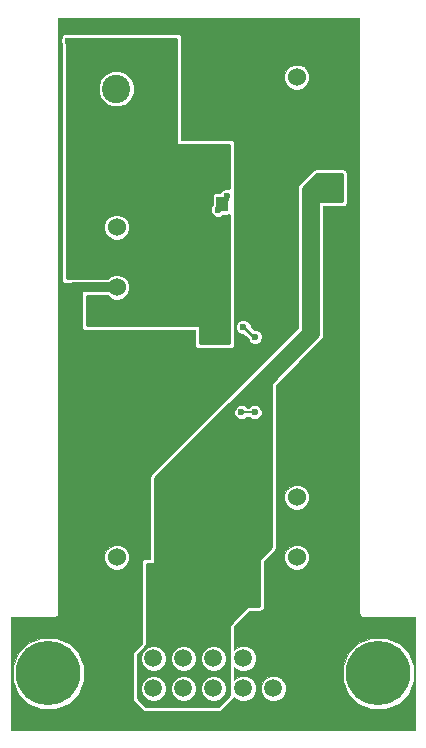
<source format=gbl>
G04 #@! TF.GenerationSoftware,KiCad,Pcbnew,(2017-06-25 revision 6a3c1720b)-makepkg*
G04 #@! TF.CreationDate,2017-08-03T10:21:49-04:00*
G04 #@! TF.ProjectId,pmt-transimpedance-amplifier,706D742D7472616E73696D706564616E,rev?*
G04 #@! TF.SameCoordinates,Original
G04 #@! TF.FileFunction,Copper,L2,Bot,Signal*
G04 #@! TF.FilePolarity,Positive*
%FSLAX46Y46*%
G04 Gerber Fmt 4.6, Leading zero omitted, Abs format (unit mm)*
G04 Created by KiCad (PCBNEW (2017-06-25 revision 6a3c1720b)-makepkg) date 08/03/17 10:21:49*
%MOMM*%
%LPD*%
G01*
G04 APERTURE LIST*
%ADD10C,0.100000*%
%ADD11R,1.000000X1.250000*%
%ADD12C,1.524000*%
%ADD13C,1.520000*%
%ADD14R,1.520000X1.520000*%
%ADD15C,5.460000*%
%ADD16C,2.400000*%
%ADD17C,2.500000*%
%ADD18C,0.600000*%
%ADD19C,0.820000*%
%ADD20C,0.250000*%
%ADD21C,0.200000*%
%ADD22C,0.254000*%
G04 APERTURE END LIST*
D10*
D11*
X219545000Y-113715000D03*
X217545000Y-113715000D03*
X219595000Y-115765000D03*
X217595000Y-115765000D03*
D12*
X206350000Y-112540000D03*
X221590000Y-112540000D03*
X221590000Y-107460000D03*
X206350000Y-107460000D03*
X206350000Y-89660000D03*
X206350000Y-84580000D03*
X221590000Y-71880000D03*
D13*
X209455000Y-123640000D03*
X209455000Y-121100000D03*
X211995000Y-123640000D03*
X211995000Y-121100000D03*
X214535000Y-123640000D03*
X214535000Y-121100000D03*
X217075000Y-123640000D03*
X217075000Y-121100000D03*
X219615000Y-123640000D03*
D14*
X219615000Y-121100000D03*
D15*
X200565000Y-122370000D03*
X228505000Y-122370000D03*
D16*
X206300000Y-72875000D03*
D17*
X203760000Y-70335000D03*
X208840000Y-70335000D03*
X208840000Y-75415000D03*
X203760000Y-75415000D03*
D11*
X215275000Y-82600000D03*
X217275000Y-82600000D03*
D18*
X217925000Y-82850000D03*
X207459998Y-104900000D03*
X204890000Y-104880000D03*
X225040000Y-87910000D03*
X224740000Y-99800000D03*
X207400000Y-97110002D03*
X206100000Y-97089998D03*
X212130000Y-96760000D03*
X211800000Y-97300000D03*
X210870000Y-97290000D03*
X217040000Y-96830000D03*
X217925000Y-82225000D03*
X221225000Y-88700000D03*
X221197905Y-86475000D03*
X217950000Y-80900000D03*
X209075000Y-105025000D03*
X206625000Y-96575000D03*
X211050000Y-95825000D03*
X208775000Y-95825000D03*
X216550000Y-91525000D03*
X203375000Y-116475000D03*
X203350000Y-114725000D03*
X218090000Y-93890000D03*
X215706591Y-81943403D03*
X217075000Y-93025000D03*
X222900000Y-102800000D03*
X215600000Y-92900000D03*
X215525000Y-88025000D03*
X215525000Y-86525000D03*
X210850000Y-70925000D03*
X206250000Y-70850000D03*
X203875000Y-72800000D03*
X209075000Y-72800000D03*
X208250000Y-87500000D03*
X214925000Y-83100000D03*
X218025012Y-100250000D03*
X216899998Y-100250000D03*
X211980000Y-117420000D03*
X210750000Y-124400000D03*
X209625000Y-119450000D03*
X214225000Y-105275000D03*
X218000000Y-111000000D03*
X213275000Y-122450000D03*
X218600000Y-99075000D03*
X212975000Y-112650000D03*
X218000000Y-109000000D03*
X213275000Y-120450000D03*
X214200000Y-112650000D03*
X212975000Y-110650000D03*
X210975000Y-112650000D03*
X218600000Y-106950000D03*
X213275000Y-118450000D03*
X214200000Y-110650000D03*
X212975000Y-108650000D03*
X210975000Y-110650000D03*
X218600000Y-104950000D03*
X214200000Y-108650000D03*
X212975000Y-106650000D03*
X210975000Y-108650000D03*
X218600000Y-102950000D03*
X209625000Y-117450000D03*
X214200000Y-106650000D03*
X212975000Y-104650000D03*
X210975000Y-106650000D03*
X214325000Y-102900000D03*
X216150000Y-106975000D03*
X215475000Y-78500000D03*
X215475000Y-80150000D03*
X206250000Y-91100000D03*
X214325000Y-92200000D03*
X210250000Y-92200000D03*
X208250000Y-92200000D03*
X206250000Y-92200000D03*
X204250000Y-92200000D03*
X212450000Y-92200000D03*
X210250000Y-90800000D03*
X208250000Y-90800000D03*
X204250000Y-90800000D03*
X214250000Y-88050000D03*
X212250000Y-88050000D03*
X210250000Y-88050000D03*
X208250000Y-88875000D03*
X206250000Y-87625000D03*
X204075000Y-88125000D03*
X202350000Y-88050000D03*
X214250000Y-86550000D03*
X212250000Y-86550000D03*
X210250000Y-86550000D03*
X208250000Y-86550000D03*
X206250000Y-86550000D03*
X204250000Y-86550000D03*
X202350000Y-86550000D03*
X204250000Y-84800000D03*
X202350000Y-84800000D03*
X210250000Y-82800000D03*
X208250000Y-82800000D03*
X204250000Y-82800000D03*
X202350000Y-82800000D03*
X210250000Y-80800000D03*
X208250000Y-80800000D03*
X204250000Y-80800000D03*
X202350000Y-80800000D03*
X214250000Y-78050000D03*
X212250000Y-78050000D03*
X210250000Y-78800000D03*
X208250000Y-78800000D03*
X204250000Y-78800000D03*
X202350000Y-78800000D03*
X210550000Y-76975000D03*
X208250000Y-77300000D03*
X204250000Y-77300000D03*
X202350000Y-76800000D03*
X210850000Y-74800000D03*
X210850000Y-72800000D03*
X202375000Y-72750000D03*
X210250000Y-68800000D03*
X206250000Y-68800000D03*
X202250000Y-68800000D03*
D19*
X206350000Y-89660000D02*
X202760000Y-89660000D01*
D20*
X217075000Y-93025000D02*
X217940000Y-93890000D01*
X217940000Y-93890000D02*
X218090000Y-93890000D01*
X214925000Y-82724994D02*
X215406592Y-82243402D01*
X214925000Y-83100000D02*
X215706591Y-82318409D01*
X214925000Y-82925000D02*
X214925000Y-82724994D01*
X215406592Y-82243402D02*
X215706591Y-81943403D01*
X215706591Y-82318409D02*
X215706591Y-81943403D01*
D21*
X218025012Y-100250000D02*
X216899998Y-100250000D01*
D22*
G36*
X211373000Y-77500000D02*
X211382667Y-77548601D01*
X211410197Y-77589803D01*
X211451399Y-77617333D01*
X211500000Y-77627000D01*
X215873000Y-77627000D01*
X215873000Y-81279458D01*
X215841845Y-81266521D01*
X215572518Y-81266286D01*
X215323602Y-81369136D01*
X215132993Y-81559413D01*
X215120037Y-81590615D01*
X214775000Y-81590615D01*
X214627902Y-81619875D01*
X214503199Y-81703199D01*
X214419875Y-81827902D01*
X214390615Y-81975000D01*
X214390615Y-82676865D01*
X214351402Y-82716010D01*
X214248118Y-82964746D01*
X214247883Y-83234073D01*
X214350733Y-83482989D01*
X214541010Y-83673598D01*
X214789746Y-83776882D01*
X215059073Y-83777117D01*
X215307989Y-83674267D01*
X215372984Y-83609385D01*
X215775000Y-83609385D01*
X215873000Y-83589891D01*
X215873000Y-91524983D01*
X215872883Y-91659073D01*
X215873000Y-91659356D01*
X215873000Y-94373000D01*
X213377000Y-94373000D01*
X213377000Y-93000000D01*
X213367333Y-92951399D01*
X213339803Y-92910197D01*
X213298601Y-92882667D01*
X213250000Y-92873000D01*
X203802000Y-92873000D01*
X203802000Y-90447000D01*
X205526242Y-90447000D01*
X205703966Y-90625034D01*
X206122445Y-90798802D01*
X206575567Y-90799197D01*
X206994349Y-90626160D01*
X207315034Y-90306034D01*
X207488802Y-89887555D01*
X207489197Y-89434433D01*
X207316160Y-89015651D01*
X206996034Y-88694966D01*
X206577555Y-88521198D01*
X206124433Y-88520803D01*
X205705651Y-88693840D01*
X205526178Y-88873000D01*
X202127000Y-88873000D01*
X202127000Y-84805567D01*
X205210803Y-84805567D01*
X205383840Y-85224349D01*
X205703966Y-85545034D01*
X206122445Y-85718802D01*
X206575567Y-85719197D01*
X206994349Y-85546160D01*
X207315034Y-85226034D01*
X207488802Y-84807555D01*
X207489197Y-84354433D01*
X207316160Y-83935651D01*
X206996034Y-83614966D01*
X206577555Y-83441198D01*
X206124433Y-83440803D01*
X205705651Y-83613840D01*
X205384966Y-83933966D01*
X205211198Y-84352445D01*
X205210803Y-84805567D01*
X202127000Y-84805567D01*
X202127000Y-73187308D01*
X204722727Y-73187308D01*
X204962305Y-73767132D01*
X205405535Y-74211136D01*
X205984939Y-74451725D01*
X206612308Y-74452273D01*
X207192132Y-74212695D01*
X207636136Y-73769465D01*
X207876725Y-73190061D01*
X207877273Y-72562692D01*
X207637695Y-71982868D01*
X207194465Y-71538864D01*
X206615061Y-71298275D01*
X205987692Y-71297727D01*
X205407868Y-71537305D01*
X204963864Y-71980535D01*
X204723275Y-72559939D01*
X204722727Y-73187308D01*
X202127000Y-73187308D01*
X202127000Y-68651667D01*
X211373000Y-68627335D01*
X211373000Y-77500000D01*
X211373000Y-77500000D01*
G37*
X211373000Y-77500000D02*
X211382667Y-77548601D01*
X211410197Y-77589803D01*
X211451399Y-77617333D01*
X211500000Y-77627000D01*
X215873000Y-77627000D01*
X215873000Y-81279458D01*
X215841845Y-81266521D01*
X215572518Y-81266286D01*
X215323602Y-81369136D01*
X215132993Y-81559413D01*
X215120037Y-81590615D01*
X214775000Y-81590615D01*
X214627902Y-81619875D01*
X214503199Y-81703199D01*
X214419875Y-81827902D01*
X214390615Y-81975000D01*
X214390615Y-82676865D01*
X214351402Y-82716010D01*
X214248118Y-82964746D01*
X214247883Y-83234073D01*
X214350733Y-83482989D01*
X214541010Y-83673598D01*
X214789746Y-83776882D01*
X215059073Y-83777117D01*
X215307989Y-83674267D01*
X215372984Y-83609385D01*
X215775000Y-83609385D01*
X215873000Y-83589891D01*
X215873000Y-91524983D01*
X215872883Y-91659073D01*
X215873000Y-91659356D01*
X215873000Y-94373000D01*
X213377000Y-94373000D01*
X213377000Y-93000000D01*
X213367333Y-92951399D01*
X213339803Y-92910197D01*
X213298601Y-92882667D01*
X213250000Y-92873000D01*
X203802000Y-92873000D01*
X203802000Y-90447000D01*
X205526242Y-90447000D01*
X205703966Y-90625034D01*
X206122445Y-90798802D01*
X206575567Y-90799197D01*
X206994349Y-90626160D01*
X207315034Y-90306034D01*
X207488802Y-89887555D01*
X207489197Y-89434433D01*
X207316160Y-89015651D01*
X206996034Y-88694966D01*
X206577555Y-88521198D01*
X206124433Y-88520803D01*
X205705651Y-88693840D01*
X205526178Y-88873000D01*
X202127000Y-88873000D01*
X202127000Y-84805567D01*
X205210803Y-84805567D01*
X205383840Y-85224349D01*
X205703966Y-85545034D01*
X206122445Y-85718802D01*
X206575567Y-85719197D01*
X206994349Y-85546160D01*
X207315034Y-85226034D01*
X207488802Y-84807555D01*
X207489197Y-84354433D01*
X207316160Y-83935651D01*
X206996034Y-83614966D01*
X206577555Y-83441198D01*
X206124433Y-83440803D01*
X205705651Y-83613840D01*
X205384966Y-83933966D01*
X205211198Y-84352445D01*
X205210803Y-84805567D01*
X202127000Y-84805567D01*
X202127000Y-73187308D01*
X204722727Y-73187308D01*
X204962305Y-73767132D01*
X205405535Y-74211136D01*
X205984939Y-74451725D01*
X206612308Y-74452273D01*
X207192132Y-74212695D01*
X207636136Y-73769465D01*
X207876725Y-73190061D01*
X207877273Y-72562692D01*
X207637695Y-71982868D01*
X207194465Y-71538864D01*
X206615061Y-71298275D01*
X205987692Y-71297727D01*
X205407868Y-71537305D01*
X204963864Y-71980535D01*
X204723275Y-72559939D01*
X204722727Y-73187308D01*
X202127000Y-73187308D01*
X202127000Y-68651667D01*
X211373000Y-68627335D01*
X211373000Y-77500000D01*
G36*
X225398000Y-82398000D02*
X223475000Y-82398000D01*
X223426399Y-82407667D01*
X223385197Y-82435197D01*
X223357667Y-82476399D01*
X223348000Y-82525283D01*
X223372885Y-93698654D01*
X219408827Y-97786589D01*
X219381934Y-97828210D01*
X219373000Y-97875000D01*
X219373000Y-111697394D01*
X218410197Y-112660197D01*
X218382667Y-112701399D01*
X218373000Y-112750000D01*
X218373000Y-116623000D01*
X217500000Y-116623000D01*
X217451399Y-116632667D01*
X217410197Y-116660197D01*
X215910197Y-118160197D01*
X215882667Y-118201399D01*
X215873000Y-118250000D01*
X215873000Y-124197394D01*
X214947184Y-125123210D01*
X208803620Y-125147784D01*
X208127000Y-124448610D01*
X208127000Y-123865171D01*
X208317803Y-123865171D01*
X208490536Y-124283217D01*
X208810100Y-124603340D01*
X209227845Y-124776802D01*
X209680171Y-124777197D01*
X210098217Y-124604464D01*
X210418340Y-124284900D01*
X210591802Y-123867155D01*
X210591803Y-123865171D01*
X210857803Y-123865171D01*
X211030536Y-124283217D01*
X211350100Y-124603340D01*
X211767845Y-124776802D01*
X212220171Y-124777197D01*
X212638217Y-124604464D01*
X212958340Y-124284900D01*
X213131802Y-123867155D01*
X213131803Y-123865171D01*
X213397803Y-123865171D01*
X213570536Y-124283217D01*
X213890100Y-124603340D01*
X214307845Y-124776802D01*
X214760171Y-124777197D01*
X215178217Y-124604464D01*
X215498340Y-124284900D01*
X215671802Y-123867155D01*
X215672197Y-123414829D01*
X215499464Y-122996783D01*
X215179900Y-122676660D01*
X214762155Y-122503198D01*
X214309829Y-122502803D01*
X213891783Y-122675536D01*
X213571660Y-122995100D01*
X213398198Y-123412845D01*
X213397803Y-123865171D01*
X213131803Y-123865171D01*
X213132197Y-123414829D01*
X212959464Y-122996783D01*
X212639900Y-122676660D01*
X212222155Y-122503198D01*
X211769829Y-122502803D01*
X211351783Y-122675536D01*
X211031660Y-122995100D01*
X210858198Y-123412845D01*
X210857803Y-123865171D01*
X210591803Y-123865171D01*
X210592197Y-123414829D01*
X210419464Y-122996783D01*
X210099900Y-122676660D01*
X209682155Y-122503198D01*
X209229829Y-122502803D01*
X208811783Y-122675536D01*
X208491660Y-122995100D01*
X208318198Y-123412845D01*
X208317803Y-123865171D01*
X208127000Y-123865171D01*
X208127000Y-121325171D01*
X208317803Y-121325171D01*
X208490536Y-121743217D01*
X208810100Y-122063340D01*
X209227845Y-122236802D01*
X209680171Y-122237197D01*
X210098217Y-122064464D01*
X210418340Y-121744900D01*
X210591802Y-121327155D01*
X210591803Y-121325171D01*
X210857803Y-121325171D01*
X211030536Y-121743217D01*
X211350100Y-122063340D01*
X211767845Y-122236802D01*
X212220171Y-122237197D01*
X212638217Y-122064464D01*
X212958340Y-121744900D01*
X213131802Y-121327155D01*
X213131803Y-121325171D01*
X213397803Y-121325171D01*
X213570536Y-121743217D01*
X213890100Y-122063340D01*
X214307845Y-122236802D01*
X214760171Y-122237197D01*
X215178217Y-122064464D01*
X215498340Y-121744900D01*
X215671802Y-121327155D01*
X215672197Y-120874829D01*
X215499464Y-120456783D01*
X215179900Y-120136660D01*
X214762155Y-119963198D01*
X214309829Y-119962803D01*
X213891783Y-120135536D01*
X213571660Y-120455100D01*
X213398198Y-120872845D01*
X213397803Y-121325171D01*
X213131803Y-121325171D01*
X213132197Y-120874829D01*
X212959464Y-120456783D01*
X212639900Y-120136660D01*
X212222155Y-119963198D01*
X211769829Y-119962803D01*
X211351783Y-120135536D01*
X211031660Y-120455100D01*
X210858198Y-120872845D01*
X210857803Y-121325171D01*
X210591803Y-121325171D01*
X210592197Y-120874829D01*
X210419464Y-120456783D01*
X210099900Y-120136660D01*
X209682155Y-119963198D01*
X209229829Y-119962803D01*
X208811783Y-120135536D01*
X208491660Y-120455100D01*
X208318198Y-120872845D01*
X208317803Y-121325171D01*
X208127000Y-121325171D01*
X208127000Y-120802606D01*
X208839803Y-120089803D01*
X208867333Y-120048601D01*
X208877000Y-120000000D01*
X208877000Y-113127000D01*
X209500000Y-113127000D01*
X209548601Y-113117333D01*
X209589803Y-113089803D01*
X209617333Y-113048601D01*
X209627000Y-113000000D01*
X209627000Y-105802606D01*
X215045533Y-100384073D01*
X216222881Y-100384073D01*
X216325731Y-100632989D01*
X216516008Y-100823598D01*
X216764744Y-100926882D01*
X217034071Y-100927117D01*
X217282987Y-100824267D01*
X217380424Y-100727000D01*
X217544592Y-100727000D01*
X217641022Y-100823598D01*
X217889758Y-100926882D01*
X218159085Y-100927117D01*
X218408001Y-100824267D01*
X218598610Y-100633990D01*
X218701894Y-100385254D01*
X218702129Y-100115927D01*
X218599279Y-99867011D01*
X218409002Y-99676402D01*
X218160266Y-99573118D01*
X217890939Y-99572883D01*
X217642023Y-99675733D01*
X217544586Y-99773000D01*
X217380418Y-99773000D01*
X217283988Y-99676402D01*
X217035252Y-99573118D01*
X216765925Y-99572883D01*
X216517009Y-99675733D01*
X216326400Y-99866010D01*
X216223116Y-100114746D01*
X216222881Y-100384073D01*
X215045533Y-100384073D01*
X222089803Y-93339803D01*
X222117333Y-93298601D01*
X222127000Y-93250000D01*
X222127000Y-81302606D01*
X223302606Y-80127000D01*
X225398000Y-80127000D01*
X225398000Y-82398000D01*
X225398000Y-82398000D01*
G37*
X225398000Y-82398000D02*
X223475000Y-82398000D01*
X223426399Y-82407667D01*
X223385197Y-82435197D01*
X223357667Y-82476399D01*
X223348000Y-82525283D01*
X223372885Y-93698654D01*
X219408827Y-97786589D01*
X219381934Y-97828210D01*
X219373000Y-97875000D01*
X219373000Y-111697394D01*
X218410197Y-112660197D01*
X218382667Y-112701399D01*
X218373000Y-112750000D01*
X218373000Y-116623000D01*
X217500000Y-116623000D01*
X217451399Y-116632667D01*
X217410197Y-116660197D01*
X215910197Y-118160197D01*
X215882667Y-118201399D01*
X215873000Y-118250000D01*
X215873000Y-124197394D01*
X214947184Y-125123210D01*
X208803620Y-125147784D01*
X208127000Y-124448610D01*
X208127000Y-123865171D01*
X208317803Y-123865171D01*
X208490536Y-124283217D01*
X208810100Y-124603340D01*
X209227845Y-124776802D01*
X209680171Y-124777197D01*
X210098217Y-124604464D01*
X210418340Y-124284900D01*
X210591802Y-123867155D01*
X210591803Y-123865171D01*
X210857803Y-123865171D01*
X211030536Y-124283217D01*
X211350100Y-124603340D01*
X211767845Y-124776802D01*
X212220171Y-124777197D01*
X212638217Y-124604464D01*
X212958340Y-124284900D01*
X213131802Y-123867155D01*
X213131803Y-123865171D01*
X213397803Y-123865171D01*
X213570536Y-124283217D01*
X213890100Y-124603340D01*
X214307845Y-124776802D01*
X214760171Y-124777197D01*
X215178217Y-124604464D01*
X215498340Y-124284900D01*
X215671802Y-123867155D01*
X215672197Y-123414829D01*
X215499464Y-122996783D01*
X215179900Y-122676660D01*
X214762155Y-122503198D01*
X214309829Y-122502803D01*
X213891783Y-122675536D01*
X213571660Y-122995100D01*
X213398198Y-123412845D01*
X213397803Y-123865171D01*
X213131803Y-123865171D01*
X213132197Y-123414829D01*
X212959464Y-122996783D01*
X212639900Y-122676660D01*
X212222155Y-122503198D01*
X211769829Y-122502803D01*
X211351783Y-122675536D01*
X211031660Y-122995100D01*
X210858198Y-123412845D01*
X210857803Y-123865171D01*
X210591803Y-123865171D01*
X210592197Y-123414829D01*
X210419464Y-122996783D01*
X210099900Y-122676660D01*
X209682155Y-122503198D01*
X209229829Y-122502803D01*
X208811783Y-122675536D01*
X208491660Y-122995100D01*
X208318198Y-123412845D01*
X208317803Y-123865171D01*
X208127000Y-123865171D01*
X208127000Y-121325171D01*
X208317803Y-121325171D01*
X208490536Y-121743217D01*
X208810100Y-122063340D01*
X209227845Y-122236802D01*
X209680171Y-122237197D01*
X210098217Y-122064464D01*
X210418340Y-121744900D01*
X210591802Y-121327155D01*
X210591803Y-121325171D01*
X210857803Y-121325171D01*
X211030536Y-121743217D01*
X211350100Y-122063340D01*
X211767845Y-122236802D01*
X212220171Y-122237197D01*
X212638217Y-122064464D01*
X212958340Y-121744900D01*
X213131802Y-121327155D01*
X213131803Y-121325171D01*
X213397803Y-121325171D01*
X213570536Y-121743217D01*
X213890100Y-122063340D01*
X214307845Y-122236802D01*
X214760171Y-122237197D01*
X215178217Y-122064464D01*
X215498340Y-121744900D01*
X215671802Y-121327155D01*
X215672197Y-120874829D01*
X215499464Y-120456783D01*
X215179900Y-120136660D01*
X214762155Y-119963198D01*
X214309829Y-119962803D01*
X213891783Y-120135536D01*
X213571660Y-120455100D01*
X213398198Y-120872845D01*
X213397803Y-121325171D01*
X213131803Y-121325171D01*
X213132197Y-120874829D01*
X212959464Y-120456783D01*
X212639900Y-120136660D01*
X212222155Y-119963198D01*
X211769829Y-119962803D01*
X211351783Y-120135536D01*
X211031660Y-120455100D01*
X210858198Y-120872845D01*
X210857803Y-121325171D01*
X210591803Y-121325171D01*
X210592197Y-120874829D01*
X210419464Y-120456783D01*
X210099900Y-120136660D01*
X209682155Y-119963198D01*
X209229829Y-119962803D01*
X208811783Y-120135536D01*
X208491660Y-120455100D01*
X208318198Y-120872845D01*
X208317803Y-121325171D01*
X208127000Y-121325171D01*
X208127000Y-120802606D01*
X208839803Y-120089803D01*
X208867333Y-120048601D01*
X208877000Y-120000000D01*
X208877000Y-113127000D01*
X209500000Y-113127000D01*
X209548601Y-113117333D01*
X209589803Y-113089803D01*
X209617333Y-113048601D01*
X209627000Y-113000000D01*
X209627000Y-105802606D01*
X215045533Y-100384073D01*
X216222881Y-100384073D01*
X216325731Y-100632989D01*
X216516008Y-100823598D01*
X216764744Y-100926882D01*
X217034071Y-100927117D01*
X217282987Y-100824267D01*
X217380424Y-100727000D01*
X217544592Y-100727000D01*
X217641022Y-100823598D01*
X217889758Y-100926882D01*
X218159085Y-100927117D01*
X218408001Y-100824267D01*
X218598610Y-100633990D01*
X218701894Y-100385254D01*
X218702129Y-100115927D01*
X218599279Y-99867011D01*
X218409002Y-99676402D01*
X218160266Y-99573118D01*
X217890939Y-99572883D01*
X217642023Y-99675733D01*
X217544586Y-99773000D01*
X217380418Y-99773000D01*
X217283988Y-99676402D01*
X217035252Y-99573118D01*
X216765925Y-99572883D01*
X216517009Y-99675733D01*
X216326400Y-99866010D01*
X216223116Y-100114746D01*
X216222881Y-100384073D01*
X215045533Y-100384073D01*
X222089803Y-93339803D01*
X222117333Y-93298601D01*
X222127000Y-93250000D01*
X222127000Y-81302606D01*
X223302606Y-80127000D01*
X225398000Y-80127000D01*
X225398000Y-82398000D01*
D10*
G36*
X226875000Y-117250000D02*
X226903545Y-117393506D01*
X226984835Y-117515165D01*
X227106494Y-117596455D01*
X227250000Y-117625000D01*
X231625000Y-117625000D01*
X231625000Y-127125000D01*
X197375000Y-127125000D01*
X197375000Y-122970060D01*
X197534475Y-122970060D01*
X197994793Y-124084115D01*
X198846402Y-124937211D01*
X199959652Y-125399473D01*
X201165060Y-125400525D01*
X202279115Y-124940207D01*
X203132211Y-124088598D01*
X203594473Y-122975348D01*
X203595525Y-121769940D01*
X203174095Y-120750000D01*
X207700000Y-120750000D01*
X207700000Y-124500000D01*
X207720992Y-124610247D01*
X207784419Y-124708626D01*
X208534419Y-125483626D01*
X208636305Y-125552621D01*
X208751200Y-125574998D01*
X215001200Y-125549998D01*
X215114805Y-125527164D01*
X215212132Y-125462132D01*
X216212132Y-124462132D01*
X216277164Y-124364805D01*
X216281088Y-124345079D01*
X216473774Y-124538101D01*
X216863228Y-124699816D01*
X217284922Y-124700184D01*
X217674658Y-124539149D01*
X217973101Y-124241226D01*
X218134816Y-123851772D01*
X218134817Y-123849922D01*
X218554816Y-123849922D01*
X218715851Y-124239658D01*
X219013774Y-124538101D01*
X219403228Y-124699816D01*
X219824922Y-124700184D01*
X220214658Y-124539149D01*
X220513101Y-124241226D01*
X220674816Y-123851772D01*
X220675184Y-123430078D01*
X220514149Y-123040342D01*
X220443990Y-122970060D01*
X225474475Y-122970060D01*
X225934793Y-124084115D01*
X226786402Y-124937211D01*
X227899652Y-125399473D01*
X229105060Y-125400525D01*
X230219115Y-124940207D01*
X231072211Y-124088598D01*
X231534473Y-122975348D01*
X231535525Y-121769940D01*
X231075207Y-120655885D01*
X230223598Y-119802789D01*
X229110348Y-119340527D01*
X227904940Y-119339475D01*
X226790885Y-119799793D01*
X225937789Y-120651402D01*
X225475527Y-121764652D01*
X225474475Y-122970060D01*
X220443990Y-122970060D01*
X220216226Y-122741899D01*
X219826772Y-122580184D01*
X219405078Y-122579816D01*
X219015342Y-122740851D01*
X218716899Y-123038774D01*
X218555184Y-123428228D01*
X218554816Y-123849922D01*
X218134817Y-123849922D01*
X218135184Y-123430078D01*
X217974149Y-123040342D01*
X217676226Y-122741899D01*
X217286772Y-122580184D01*
X216865078Y-122579816D01*
X216475342Y-122740851D01*
X216300000Y-122915887D01*
X216300000Y-121824024D01*
X216473774Y-121998101D01*
X216863228Y-122159816D01*
X217284922Y-122160184D01*
X217674658Y-121999149D01*
X217973101Y-121701226D01*
X218134816Y-121311772D01*
X218135184Y-120890078D01*
X217974149Y-120500342D01*
X217676226Y-120201899D01*
X217286772Y-120040184D01*
X216865078Y-120039816D01*
X216475342Y-120200851D01*
X216300000Y-120375887D01*
X216300000Y-118374264D01*
X217624264Y-117050000D01*
X218500000Y-117050000D01*
X218614805Y-117027164D01*
X218712132Y-116962132D01*
X218777164Y-116864805D01*
X218800000Y-116750000D01*
X218800000Y-112874264D01*
X218923946Y-112750318D01*
X220527816Y-112750318D01*
X220689155Y-113140789D01*
X220987640Y-113439795D01*
X221377828Y-113601815D01*
X221800318Y-113602184D01*
X222190789Y-113440845D01*
X222489795Y-113142360D01*
X222651815Y-112752172D01*
X222652184Y-112329682D01*
X222490845Y-111939211D01*
X222192360Y-111640205D01*
X221802172Y-111478185D01*
X221379682Y-111477816D01*
X220989211Y-111639155D01*
X220690205Y-111937640D01*
X220528185Y-112327828D01*
X220527816Y-112750318D01*
X218923946Y-112750318D01*
X219712132Y-111962132D01*
X219777164Y-111864805D01*
X219800000Y-111750000D01*
X219800000Y-107670318D01*
X220527816Y-107670318D01*
X220689155Y-108060789D01*
X220987640Y-108359795D01*
X221377828Y-108521815D01*
X221800318Y-108522184D01*
X222190789Y-108360845D01*
X222489795Y-108062360D01*
X222651815Y-107672172D01*
X222652184Y-107249682D01*
X222490845Y-106859211D01*
X222192360Y-106560205D01*
X221802172Y-106398185D01*
X221379682Y-106397816D01*
X220989211Y-106559155D01*
X220690205Y-106857640D01*
X220528185Y-107247828D01*
X220527816Y-107670318D01*
X219800000Y-107670318D01*
X219800000Y-97996569D01*
X223715370Y-93958844D01*
X223777419Y-93864187D01*
X223799999Y-93749332D01*
X223775669Y-82825000D01*
X225525000Y-82825000D01*
X225639805Y-82802164D01*
X225737132Y-82737132D01*
X225802164Y-82639805D01*
X225825000Y-82525000D01*
X225825000Y-80000000D01*
X225802164Y-79885195D01*
X225737132Y-79787868D01*
X225639805Y-79722836D01*
X225525000Y-79700000D01*
X223250000Y-79700000D01*
X223135195Y-79722836D01*
X223037868Y-79787868D01*
X221787868Y-81037868D01*
X221722836Y-81135195D01*
X221700000Y-81250000D01*
X221700000Y-93125736D01*
X209287868Y-105537868D01*
X209222836Y-105635195D01*
X209200000Y-105750000D01*
X209200000Y-112700000D01*
X208750000Y-112700000D01*
X208635195Y-112722836D01*
X208537868Y-112787868D01*
X208472836Y-112885195D01*
X208450000Y-113000000D01*
X208450000Y-119875736D01*
X207787868Y-120537868D01*
X207722836Y-120635195D01*
X207700000Y-120750000D01*
X203174095Y-120750000D01*
X203135207Y-120655885D01*
X202283598Y-119802789D01*
X201170348Y-119340527D01*
X199964940Y-119339475D01*
X198850885Y-119799793D01*
X197997789Y-120651402D01*
X197535527Y-121764652D01*
X197534475Y-122970060D01*
X197375000Y-122970060D01*
X197375000Y-117625000D01*
X201000000Y-117625000D01*
X201143506Y-117596455D01*
X201265165Y-117515165D01*
X201346455Y-117393506D01*
X201375000Y-117250000D01*
X201375000Y-112750318D01*
X205287816Y-112750318D01*
X205449155Y-113140789D01*
X205747640Y-113439795D01*
X206137828Y-113601815D01*
X206560318Y-113602184D01*
X206950789Y-113440845D01*
X207249795Y-113142360D01*
X207411815Y-112752172D01*
X207412184Y-112329682D01*
X207250845Y-111939211D01*
X206952360Y-111640205D01*
X206562172Y-111478185D01*
X206139682Y-111477816D01*
X205749211Y-111639155D01*
X205450205Y-111937640D01*
X205288185Y-112327828D01*
X205287816Y-112750318D01*
X201375000Y-112750318D01*
X201375000Y-68918824D01*
X201649896Y-68918824D01*
X201700000Y-69040085D01*
X201700000Y-89000000D01*
X201722836Y-89114805D01*
X201787868Y-89212132D01*
X201885195Y-89277164D01*
X202000000Y-89300000D01*
X203375000Y-89300000D01*
X203375000Y-93000000D01*
X203397836Y-93114805D01*
X203462868Y-93212132D01*
X203560195Y-93277164D01*
X203675000Y-93300000D01*
X212950000Y-93300000D01*
X212950000Y-94500000D01*
X212972836Y-94614805D01*
X213037868Y-94712132D01*
X213135195Y-94777164D01*
X213250000Y-94800000D01*
X216000000Y-94800000D01*
X216114805Y-94777164D01*
X216212132Y-94712132D01*
X216277164Y-94614805D01*
X216300000Y-94500000D01*
X216300000Y-93143824D01*
X216474896Y-93143824D01*
X216566048Y-93364429D01*
X216734683Y-93533359D01*
X216955129Y-93624896D01*
X217073959Y-93625000D01*
X217512508Y-94063549D01*
X217581048Y-94229429D01*
X217749683Y-94398359D01*
X217970129Y-94489896D01*
X218208824Y-94490104D01*
X218429429Y-94398952D01*
X218598359Y-94230317D01*
X218689896Y-94009871D01*
X218690104Y-93771176D01*
X218598952Y-93550571D01*
X218430317Y-93381641D01*
X218209871Y-93290104D01*
X217971176Y-93289896D01*
X217949778Y-93298737D01*
X217675001Y-93023961D01*
X217675104Y-92906176D01*
X217583952Y-92685571D01*
X217415317Y-92516641D01*
X217194871Y-92425104D01*
X216956176Y-92424896D01*
X216735571Y-92516048D01*
X216566641Y-92684683D01*
X216475104Y-92905129D01*
X216474896Y-93143824D01*
X216300000Y-93143824D01*
X216300000Y-82078896D01*
X216306487Y-82063274D01*
X216306695Y-81824579D01*
X216300000Y-81808376D01*
X216300000Y-77500000D01*
X216277164Y-77385195D01*
X216212132Y-77287868D01*
X216114805Y-77222836D01*
X216000000Y-77200000D01*
X211800000Y-77200000D01*
X211800000Y-72090318D01*
X220527816Y-72090318D01*
X220689155Y-72480789D01*
X220987640Y-72779795D01*
X221377828Y-72941815D01*
X221800318Y-72942184D01*
X222190789Y-72780845D01*
X222489795Y-72482360D01*
X222651815Y-72092172D01*
X222652184Y-71669682D01*
X222490845Y-71279211D01*
X222192360Y-70980205D01*
X221802172Y-70818185D01*
X221379682Y-70817816D01*
X220989211Y-70979155D01*
X220690205Y-71277640D01*
X220528185Y-71667828D01*
X220527816Y-72090318D01*
X211800000Y-72090318D01*
X211800000Y-68500000D01*
X211776861Y-68384466D01*
X211711573Y-68287310D01*
X211614075Y-68222535D01*
X211499211Y-68200001D01*
X210376737Y-68202955D01*
X210369871Y-68200104D01*
X210131176Y-68199896D01*
X210122152Y-68203625D01*
X206401927Y-68213415D01*
X206369871Y-68200104D01*
X206131176Y-68199896D01*
X206096513Y-68214219D01*
X202427118Y-68223875D01*
X202369871Y-68200104D01*
X202131176Y-68199896D01*
X202070874Y-68224812D01*
X201999211Y-68225001D01*
X201885195Y-68247836D01*
X201787868Y-68312868D01*
X201722836Y-68410195D01*
X201700000Y-68525000D01*
X201700000Y-68559966D01*
X201650104Y-68680129D01*
X201649896Y-68918824D01*
X201375000Y-68918824D01*
X201375000Y-66900000D01*
X226875000Y-66900000D01*
X226875000Y-117250000D01*
X226875000Y-117250000D01*
G37*
X226875000Y-117250000D02*
X226903545Y-117393506D01*
X226984835Y-117515165D01*
X227106494Y-117596455D01*
X227250000Y-117625000D01*
X231625000Y-117625000D01*
X231625000Y-127125000D01*
X197375000Y-127125000D01*
X197375000Y-122970060D01*
X197534475Y-122970060D01*
X197994793Y-124084115D01*
X198846402Y-124937211D01*
X199959652Y-125399473D01*
X201165060Y-125400525D01*
X202279115Y-124940207D01*
X203132211Y-124088598D01*
X203594473Y-122975348D01*
X203595525Y-121769940D01*
X203174095Y-120750000D01*
X207700000Y-120750000D01*
X207700000Y-124500000D01*
X207720992Y-124610247D01*
X207784419Y-124708626D01*
X208534419Y-125483626D01*
X208636305Y-125552621D01*
X208751200Y-125574998D01*
X215001200Y-125549998D01*
X215114805Y-125527164D01*
X215212132Y-125462132D01*
X216212132Y-124462132D01*
X216277164Y-124364805D01*
X216281088Y-124345079D01*
X216473774Y-124538101D01*
X216863228Y-124699816D01*
X217284922Y-124700184D01*
X217674658Y-124539149D01*
X217973101Y-124241226D01*
X218134816Y-123851772D01*
X218134817Y-123849922D01*
X218554816Y-123849922D01*
X218715851Y-124239658D01*
X219013774Y-124538101D01*
X219403228Y-124699816D01*
X219824922Y-124700184D01*
X220214658Y-124539149D01*
X220513101Y-124241226D01*
X220674816Y-123851772D01*
X220675184Y-123430078D01*
X220514149Y-123040342D01*
X220443990Y-122970060D01*
X225474475Y-122970060D01*
X225934793Y-124084115D01*
X226786402Y-124937211D01*
X227899652Y-125399473D01*
X229105060Y-125400525D01*
X230219115Y-124940207D01*
X231072211Y-124088598D01*
X231534473Y-122975348D01*
X231535525Y-121769940D01*
X231075207Y-120655885D01*
X230223598Y-119802789D01*
X229110348Y-119340527D01*
X227904940Y-119339475D01*
X226790885Y-119799793D01*
X225937789Y-120651402D01*
X225475527Y-121764652D01*
X225474475Y-122970060D01*
X220443990Y-122970060D01*
X220216226Y-122741899D01*
X219826772Y-122580184D01*
X219405078Y-122579816D01*
X219015342Y-122740851D01*
X218716899Y-123038774D01*
X218555184Y-123428228D01*
X218554816Y-123849922D01*
X218134817Y-123849922D01*
X218135184Y-123430078D01*
X217974149Y-123040342D01*
X217676226Y-122741899D01*
X217286772Y-122580184D01*
X216865078Y-122579816D01*
X216475342Y-122740851D01*
X216300000Y-122915887D01*
X216300000Y-121824024D01*
X216473774Y-121998101D01*
X216863228Y-122159816D01*
X217284922Y-122160184D01*
X217674658Y-121999149D01*
X217973101Y-121701226D01*
X218134816Y-121311772D01*
X218135184Y-120890078D01*
X217974149Y-120500342D01*
X217676226Y-120201899D01*
X217286772Y-120040184D01*
X216865078Y-120039816D01*
X216475342Y-120200851D01*
X216300000Y-120375887D01*
X216300000Y-118374264D01*
X217624264Y-117050000D01*
X218500000Y-117050000D01*
X218614805Y-117027164D01*
X218712132Y-116962132D01*
X218777164Y-116864805D01*
X218800000Y-116750000D01*
X218800000Y-112874264D01*
X218923946Y-112750318D01*
X220527816Y-112750318D01*
X220689155Y-113140789D01*
X220987640Y-113439795D01*
X221377828Y-113601815D01*
X221800318Y-113602184D01*
X222190789Y-113440845D01*
X222489795Y-113142360D01*
X222651815Y-112752172D01*
X222652184Y-112329682D01*
X222490845Y-111939211D01*
X222192360Y-111640205D01*
X221802172Y-111478185D01*
X221379682Y-111477816D01*
X220989211Y-111639155D01*
X220690205Y-111937640D01*
X220528185Y-112327828D01*
X220527816Y-112750318D01*
X218923946Y-112750318D01*
X219712132Y-111962132D01*
X219777164Y-111864805D01*
X219800000Y-111750000D01*
X219800000Y-107670318D01*
X220527816Y-107670318D01*
X220689155Y-108060789D01*
X220987640Y-108359795D01*
X221377828Y-108521815D01*
X221800318Y-108522184D01*
X222190789Y-108360845D01*
X222489795Y-108062360D01*
X222651815Y-107672172D01*
X222652184Y-107249682D01*
X222490845Y-106859211D01*
X222192360Y-106560205D01*
X221802172Y-106398185D01*
X221379682Y-106397816D01*
X220989211Y-106559155D01*
X220690205Y-106857640D01*
X220528185Y-107247828D01*
X220527816Y-107670318D01*
X219800000Y-107670318D01*
X219800000Y-97996569D01*
X223715370Y-93958844D01*
X223777419Y-93864187D01*
X223799999Y-93749332D01*
X223775669Y-82825000D01*
X225525000Y-82825000D01*
X225639805Y-82802164D01*
X225737132Y-82737132D01*
X225802164Y-82639805D01*
X225825000Y-82525000D01*
X225825000Y-80000000D01*
X225802164Y-79885195D01*
X225737132Y-79787868D01*
X225639805Y-79722836D01*
X225525000Y-79700000D01*
X223250000Y-79700000D01*
X223135195Y-79722836D01*
X223037868Y-79787868D01*
X221787868Y-81037868D01*
X221722836Y-81135195D01*
X221700000Y-81250000D01*
X221700000Y-93125736D01*
X209287868Y-105537868D01*
X209222836Y-105635195D01*
X209200000Y-105750000D01*
X209200000Y-112700000D01*
X208750000Y-112700000D01*
X208635195Y-112722836D01*
X208537868Y-112787868D01*
X208472836Y-112885195D01*
X208450000Y-113000000D01*
X208450000Y-119875736D01*
X207787868Y-120537868D01*
X207722836Y-120635195D01*
X207700000Y-120750000D01*
X203174095Y-120750000D01*
X203135207Y-120655885D01*
X202283598Y-119802789D01*
X201170348Y-119340527D01*
X199964940Y-119339475D01*
X198850885Y-119799793D01*
X197997789Y-120651402D01*
X197535527Y-121764652D01*
X197534475Y-122970060D01*
X197375000Y-122970060D01*
X197375000Y-117625000D01*
X201000000Y-117625000D01*
X201143506Y-117596455D01*
X201265165Y-117515165D01*
X201346455Y-117393506D01*
X201375000Y-117250000D01*
X201375000Y-112750318D01*
X205287816Y-112750318D01*
X205449155Y-113140789D01*
X205747640Y-113439795D01*
X206137828Y-113601815D01*
X206560318Y-113602184D01*
X206950789Y-113440845D01*
X207249795Y-113142360D01*
X207411815Y-112752172D01*
X207412184Y-112329682D01*
X207250845Y-111939211D01*
X206952360Y-111640205D01*
X206562172Y-111478185D01*
X206139682Y-111477816D01*
X205749211Y-111639155D01*
X205450205Y-111937640D01*
X205288185Y-112327828D01*
X205287816Y-112750318D01*
X201375000Y-112750318D01*
X201375000Y-68918824D01*
X201649896Y-68918824D01*
X201700000Y-69040085D01*
X201700000Y-89000000D01*
X201722836Y-89114805D01*
X201787868Y-89212132D01*
X201885195Y-89277164D01*
X202000000Y-89300000D01*
X203375000Y-89300000D01*
X203375000Y-93000000D01*
X203397836Y-93114805D01*
X203462868Y-93212132D01*
X203560195Y-93277164D01*
X203675000Y-93300000D01*
X212950000Y-93300000D01*
X212950000Y-94500000D01*
X212972836Y-94614805D01*
X213037868Y-94712132D01*
X213135195Y-94777164D01*
X213250000Y-94800000D01*
X216000000Y-94800000D01*
X216114805Y-94777164D01*
X216212132Y-94712132D01*
X216277164Y-94614805D01*
X216300000Y-94500000D01*
X216300000Y-93143824D01*
X216474896Y-93143824D01*
X216566048Y-93364429D01*
X216734683Y-93533359D01*
X216955129Y-93624896D01*
X217073959Y-93625000D01*
X217512508Y-94063549D01*
X217581048Y-94229429D01*
X217749683Y-94398359D01*
X217970129Y-94489896D01*
X218208824Y-94490104D01*
X218429429Y-94398952D01*
X218598359Y-94230317D01*
X218689896Y-94009871D01*
X218690104Y-93771176D01*
X218598952Y-93550571D01*
X218430317Y-93381641D01*
X218209871Y-93290104D01*
X217971176Y-93289896D01*
X217949778Y-93298737D01*
X217675001Y-93023961D01*
X217675104Y-92906176D01*
X217583952Y-92685571D01*
X217415317Y-92516641D01*
X217194871Y-92425104D01*
X216956176Y-92424896D01*
X216735571Y-92516048D01*
X216566641Y-92684683D01*
X216475104Y-92905129D01*
X216474896Y-93143824D01*
X216300000Y-93143824D01*
X216300000Y-82078896D01*
X216306487Y-82063274D01*
X216306695Y-81824579D01*
X216300000Y-81808376D01*
X216300000Y-77500000D01*
X216277164Y-77385195D01*
X216212132Y-77287868D01*
X216114805Y-77222836D01*
X216000000Y-77200000D01*
X211800000Y-77200000D01*
X211800000Y-72090318D01*
X220527816Y-72090318D01*
X220689155Y-72480789D01*
X220987640Y-72779795D01*
X221377828Y-72941815D01*
X221800318Y-72942184D01*
X222190789Y-72780845D01*
X222489795Y-72482360D01*
X222651815Y-72092172D01*
X222652184Y-71669682D01*
X222490845Y-71279211D01*
X222192360Y-70980205D01*
X221802172Y-70818185D01*
X221379682Y-70817816D01*
X220989211Y-70979155D01*
X220690205Y-71277640D01*
X220528185Y-71667828D01*
X220527816Y-72090318D01*
X211800000Y-72090318D01*
X211800000Y-68500000D01*
X211776861Y-68384466D01*
X211711573Y-68287310D01*
X211614075Y-68222535D01*
X211499211Y-68200001D01*
X210376737Y-68202955D01*
X210369871Y-68200104D01*
X210131176Y-68199896D01*
X210122152Y-68203625D01*
X206401927Y-68213415D01*
X206369871Y-68200104D01*
X206131176Y-68199896D01*
X206096513Y-68214219D01*
X202427118Y-68223875D01*
X202369871Y-68200104D01*
X202131176Y-68199896D01*
X202070874Y-68224812D01*
X201999211Y-68225001D01*
X201885195Y-68247836D01*
X201787868Y-68312868D01*
X201722836Y-68410195D01*
X201700000Y-68525000D01*
X201700000Y-68559966D01*
X201650104Y-68680129D01*
X201649896Y-68918824D01*
X201375000Y-68918824D01*
X201375000Y-66900000D01*
X226875000Y-66900000D01*
X226875000Y-117250000D01*
M02*

</source>
